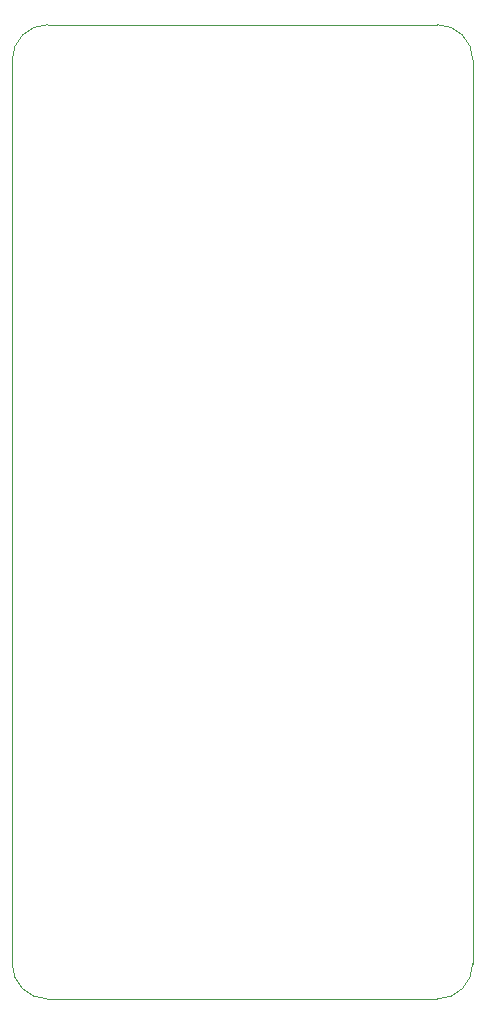
<source format=gbr>
%TF.GenerationSoftware,KiCad,Pcbnew,7.0.7*%
%TF.CreationDate,2024-05-25T17:21:06-04:00*%
%TF.ProjectId,AxxSolder,41787853-6f6c-4646-9572-2e6b69636164,rev?*%
%TF.SameCoordinates,Original*%
%TF.FileFunction,Profile,NP*%
%FSLAX46Y46*%
G04 Gerber Fmt 4.6, Leading zero omitted, Abs format (unit mm)*
G04 Created by KiCad (PCBNEW 7.0.7) date 2024-05-25 17:21:06*
%MOMM*%
%LPD*%
G01*
G04 APERTURE LIST*
%TA.AperFunction,Profile*%
%ADD10C,0.100000*%
%TD*%
G04 APERTURE END LIST*
D10*
X200150000Y-70674734D02*
X200150000Y-147174734D01*
X164150000Y-67674734D02*
G75*
G03*
X161150000Y-70674734I0J-3000000D01*
G01*
X200150000Y-70674734D02*
G75*
G03*
X197150000Y-67674734I-3000000J0D01*
G01*
X161150000Y-147174734D02*
G75*
G03*
X164150000Y-150174734I3000000J0D01*
G01*
X197150000Y-150174734D02*
G75*
G03*
X200150000Y-147174734I0J3000000D01*
G01*
X161150000Y-147174734D02*
X161150000Y-70674734D01*
X164150000Y-67674734D02*
X197150000Y-67674734D01*
X197150000Y-150174734D02*
X164150000Y-150174734D01*
M02*

</source>
